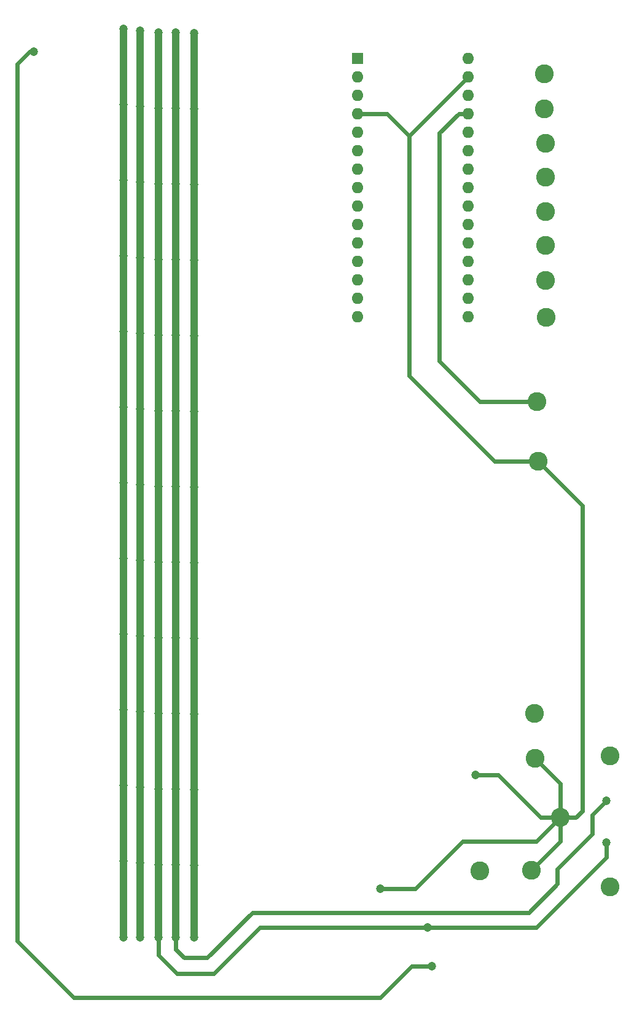
<source format=gbr>
%TF.GenerationSoftware,KiCad,Pcbnew,5.1.6-c6e7f7d~87~ubuntu18.04.1*%
%TF.CreationDate,2021-02-12T17:03:38+13:00*%
%TF.ProjectId,Volume Control Ultimate 2 Feb9,566f6c75-6d65-4204-936f-6e74726f6c20,rev?*%
%TF.SameCoordinates,Original*%
%TF.FileFunction,Copper,L2,Bot*%
%TF.FilePolarity,Positive*%
%FSLAX46Y46*%
G04 Gerber Fmt 4.6, Leading zero omitted, Abs format (unit mm)*
G04 Created by KiCad (PCBNEW 5.1.6-c6e7f7d~87~ubuntu18.04.1) date 2021-02-12 17:03:38*
%MOMM*%
%LPD*%
G01*
G04 APERTURE LIST*
%TA.AperFunction,ComponentPad*%
%ADD10R,1.600000X1.600000*%
%TD*%
%TA.AperFunction,ComponentPad*%
%ADD11O,1.600000X1.600000*%
%TD*%
%TA.AperFunction,ComponentPad*%
%ADD12C,2.600000*%
%TD*%
%TA.AperFunction,ViaPad*%
%ADD13C,1.200000*%
%TD*%
%TA.AperFunction,Conductor*%
%ADD14C,1.000000*%
%TD*%
%TA.AperFunction,Conductor*%
%ADD15C,0.600000*%
%TD*%
G04 APERTURE END LIST*
D10*
%TO.P,A1,1*%
%TO.N,Net-(A1-Pad1)*%
X85090000Y-50419000D03*
D11*
%TO.P,A1,17*%
%TO.N,Net-(A1-Pad17)*%
X100330000Y-83439000D03*
%TO.P,A1,2*%
%TO.N,Net-(A1-Pad2)*%
X85090000Y-52959000D03*
%TO.P,A1,18*%
%TO.N,Net-(A1-Pad18)*%
X100330000Y-80899000D03*
%TO.P,A1,3*%
%TO.N,Net-(A1-Pad3)*%
X85090000Y-55499000D03*
%TO.P,A1,19*%
%TO.N,Net-(A1-Pad19)*%
X100330000Y-78359000D03*
%TO.P,A1,4*%
%TO.N,Net-(A1-Pad29)*%
X85090000Y-58039000D03*
%TO.P,A1,20*%
%TO.N,Net-(A1-Pad20)*%
X100330000Y-75819000D03*
%TO.P,A1,5*%
%TO.N,Net-(A1-Pad5)*%
X85090000Y-60579000D03*
%TO.P,A1,21*%
%TO.N,Net-(A1-Pad21)*%
X100330000Y-73279000D03*
%TO.P,A1,6*%
%TO.N,Net-(A1-Pad6)*%
X85090000Y-63119000D03*
%TO.P,A1,22*%
%TO.N,Net-(A1-Pad22)*%
X100330000Y-70739000D03*
%TO.P,A1,7*%
%TO.N,Net-(A1-Pad7)*%
X85090000Y-65659000D03*
%TO.P,A1,23*%
%TO.N,Net-(A1-Pad23)*%
X100330000Y-68199000D03*
%TO.P,A1,8*%
%TO.N,Net-(A1-Pad8)*%
X85090000Y-68199000D03*
%TO.P,A1,24*%
%TO.N,Net-(A1-Pad24)*%
X100330000Y-65659000D03*
%TO.P,A1,9*%
%TO.N,Net-(A1-Pad9)*%
X85090000Y-70739000D03*
%TO.P,A1,25*%
%TO.N,Net-(A1-Pad25)*%
X100330000Y-63119000D03*
%TO.P,A1,10*%
%TO.N,Net-(A1-Pad10)*%
X85090000Y-73279000D03*
%TO.P,A1,26*%
%TO.N,Net-(A1-Pad26)*%
X100330000Y-60579000D03*
%TO.P,A1,11*%
%TO.N,Net-(A1-Pad11)*%
X85090000Y-75819000D03*
%TO.P,A1,27*%
%TO.N,Net-(A1-Pad27)*%
X100330000Y-58039000D03*
%TO.P,A1,12*%
%TO.N,Net-(A1-Pad12)*%
X85090000Y-78359000D03*
%TO.P,A1,28*%
%TO.N,Net-(A1-Pad28)*%
X100330000Y-55499000D03*
%TO.P,A1,13*%
%TO.N,Net-(A1-Pad13)*%
X85090000Y-80899000D03*
%TO.P,A1,29*%
%TO.N,Net-(A1-Pad29)*%
X100330000Y-52959000D03*
%TO.P,A1,14*%
%TO.N,Net-(A1-Pad14)*%
X85090000Y-83439000D03*
%TO.P,A1,30*%
%TO.N,Net-(A1-Pad30)*%
X100330000Y-50419000D03*
%TO.P,A1,15*%
%TO.N,Net-(A1-Pad15)*%
X85090000Y-85979000D03*
%TO.P,A1,16*%
%TO.N,Net-(A1-Pad16)*%
X100330000Y-85979000D03*
%TD*%
D12*
%TO.P,J1,1*%
%TO.N,Net-(A1-Pad19)*%
X111125000Y-86106000D03*
%TD*%
%TO.P,J2,1*%
%TO.N,Net-(A1-Pad20)*%
X110998000Y-81026000D03*
%TD*%
%TO.P,J3,1*%
%TO.N,Net-(A1-Pad21)*%
X110998000Y-76200000D03*
%TD*%
%TO.P,J4,1*%
%TO.N,Net-(A1-Pad22)*%
X110998000Y-71501000D03*
%TD*%
%TO.P,J5,1*%
%TO.N,Net-(A1-Pad23)*%
X110998000Y-66802000D03*
%TD*%
%TO.P,J6,1*%
%TO.N,Net-(A1-Pad24)*%
X110998000Y-62103000D03*
%TD*%
%TO.P,J7,1*%
%TO.N,Net-(A1-Pad25)*%
X110871000Y-57404000D03*
%TD*%
%TO.P,J8,1*%
%TO.N,Net-(A1-Pad26)*%
X110871000Y-52578000D03*
%TD*%
%TO.P,J9,1*%
%TO.N,Net-(A1-Pad29)*%
X109982000Y-105918000D03*
%TD*%
%TO.P,J10,1*%
%TO.N,Net-(A1-Pad27)*%
X109855000Y-97663000D03*
%TD*%
%TO.P,J11,1*%
%TO.N,Net-(A1-Pad29)*%
X113030000Y-154940000D03*
%TD*%
%TO.P,J12,1*%
%TO.N,Net-(C15-Pad2)*%
X119888000Y-146431000D03*
%TD*%
%TO.P,J13,1*%
%TO.N,Net-(C15-Pad1)*%
X119888000Y-164465000D03*
%TD*%
%TO.P,J14,1*%
%TO.N,Net-(A1-Pad29)*%
X109093000Y-162179000D03*
%TD*%
%TO.P,J15,1*%
%TO.N,Net-(J15-Pad1)*%
X101981000Y-162306000D03*
%TD*%
%TO.P,J16,1*%
%TO.N,Net-(A1-Pad29)*%
X109601000Y-146812000D03*
%TD*%
%TO.P,J17,1*%
%TO.N,Net-(C11-Pad2)*%
X109474000Y-140589000D03*
%TD*%
D13*
%TO.N,Net-(A1-Pad29)*%
X52825400Y-46348400D03*
%TO.N,Net-(C15-Pad1)*%
X57658000Y-57277000D03*
%TO.N,Net-(A1-Pad29)*%
X62611000Y-57404000D03*
%TO.N,Net-(C15-Pad2)*%
X60071000Y-57277000D03*
%TO.N,Net-(A1-Pad29)*%
X52825400Y-56762400D03*
%TO.N,Net-(Q14-Pad3)*%
X55118000Y-57023000D03*
%TO.N,Net-(C15-Pad1)*%
X57658000Y-67691000D03*
%TO.N,Net-(A1-Pad29)*%
X62611000Y-67818000D03*
%TO.N,Net-(C15-Pad2)*%
X60071000Y-67691000D03*
%TO.N,Net-(A1-Pad29)*%
X52825400Y-67176400D03*
%TO.N,Net-(Q14-Pad3)*%
X55118000Y-67437000D03*
%TO.N,Net-(C15-Pad1)*%
X57658000Y-78105000D03*
%TO.N,Net-(A1-Pad29)*%
X62611000Y-78232000D03*
%TO.N,Net-(C15-Pad2)*%
X60071000Y-78105000D03*
%TO.N,Net-(A1-Pad29)*%
X52825400Y-77590400D03*
%TO.N,Net-(Q14-Pad3)*%
X55118000Y-77851000D03*
%TO.N,Net-(C15-Pad1)*%
X57658000Y-88519000D03*
%TO.N,Net-(A1-Pad29)*%
X62611000Y-88646000D03*
%TO.N,Net-(C15-Pad2)*%
X60071000Y-88519000D03*
%TO.N,Net-(A1-Pad29)*%
X52825400Y-88004400D03*
%TO.N,Net-(Q14-Pad3)*%
X55118000Y-88265000D03*
%TO.N,Net-(C15-Pad1)*%
X57658000Y-98933000D03*
%TO.N,Net-(A1-Pad29)*%
X62611000Y-99060000D03*
%TO.N,Net-(C15-Pad2)*%
X60071000Y-98933000D03*
%TO.N,Net-(A1-Pad29)*%
X52825400Y-98418400D03*
%TO.N,Net-(Q14-Pad3)*%
X55118000Y-98679000D03*
%TO.N,Net-(C15-Pad1)*%
X57658000Y-109347000D03*
%TO.N,Net-(A1-Pad29)*%
X62611000Y-109474000D03*
%TO.N,Net-(C15-Pad2)*%
X60071000Y-109347000D03*
%TO.N,Net-(A1-Pad29)*%
X52825400Y-108832400D03*
%TO.N,Net-(Q14-Pad3)*%
X55118000Y-109093000D03*
%TO.N,Net-(C15-Pad1)*%
X57658000Y-119761000D03*
%TO.N,Net-(A1-Pad29)*%
X62611000Y-119888000D03*
%TO.N,Net-(C15-Pad2)*%
X60071000Y-119761000D03*
%TO.N,Net-(A1-Pad29)*%
X52825400Y-119246400D03*
%TO.N,Net-(Q14-Pad3)*%
X55118000Y-119507000D03*
%TO.N,Net-(C15-Pad1)*%
X57658000Y-130175000D03*
%TO.N,Net-(A1-Pad29)*%
X62611000Y-130302000D03*
%TO.N,Net-(C15-Pad2)*%
X60071000Y-130175000D03*
%TO.N,Net-(A1-Pad29)*%
X52825400Y-129660400D03*
%TO.N,Net-(Q14-Pad3)*%
X55118000Y-129921000D03*
%TO.N,Net-(C15-Pad1)*%
X57658000Y-140589000D03*
%TO.N,Net-(A1-Pad29)*%
X62611000Y-140716000D03*
%TO.N,Net-(C15-Pad2)*%
X60071000Y-140589000D03*
%TO.N,Net-(A1-Pad29)*%
X52825400Y-140074400D03*
%TO.N,Net-(Q14-Pad3)*%
X55118000Y-140335000D03*
%TO.N,Net-(C15-Pad1)*%
X57658000Y-151003000D03*
%TO.N,Net-(A1-Pad29)*%
X62611000Y-151130000D03*
%TO.N,Net-(C15-Pad2)*%
X60071000Y-151003000D03*
%TO.N,Net-(A1-Pad29)*%
X52825400Y-150488400D03*
%TO.N,Net-(Q14-Pad3)*%
X55118000Y-150749000D03*
%TO.N,Net-(C15-Pad1)*%
X57658000Y-161417000D03*
%TO.N,Net-(A1-Pad29)*%
X62611000Y-161544000D03*
%TO.N,Net-(C15-Pad2)*%
X60071000Y-161417000D03*
%TO.N,Net-(A1-Pad29)*%
X52825400Y-160902400D03*
%TO.N,Net-(Q14-Pad3)*%
X55118000Y-161163000D03*
%TO.N,Net-(A1-Pad29)*%
X62611000Y-46990000D03*
X52832000Y-171450000D03*
X62611000Y-171450000D03*
X101346000Y-149098000D03*
X88265000Y-164719000D03*
%TO.N,Net-(Q14-Pad3)*%
X55118000Y-46609000D03*
X55118000Y-171450000D03*
%TO.N,Net-(R1-Pad1)*%
X95377000Y-175387000D03*
X40513000Y-49530000D03*
%TO.N,Net-(C15-Pad2)*%
X60071000Y-46863000D03*
X60071000Y-171450000D03*
X119380000Y-152654000D03*
%TO.N,Net-(C15-Pad1)*%
X57658000Y-46863000D03*
X57658000Y-171450000D03*
X119380000Y-158369000D03*
X94742000Y-170053000D03*
%TD*%
D14*
%TO.N,Net-(A1-Pad29)*%
X52832000Y-55131200D02*
X52832000Y-57150000D01*
X52832000Y-55131200D02*
X52825400Y-55124600D01*
X52825400Y-47872400D02*
X52825400Y-55124600D01*
X52825400Y-47872400D02*
X52825400Y-46348400D01*
X52832000Y-57150000D02*
X52832000Y-58674000D01*
X52832000Y-65545200D02*
X52825400Y-65538600D01*
X52832000Y-67564000D02*
X52832000Y-69088000D01*
X52825400Y-58286400D02*
X52825400Y-56762400D01*
%TO.N,Net-(C15-Pad1)*%
X57658000Y-57277000D02*
X57658000Y-69596000D01*
%TO.N,Net-(C15-Pad2)*%
X60071000Y-57277000D02*
X60071000Y-69596000D01*
%TO.N,Net-(Q14-Pad3)*%
X55118000Y-57023000D02*
X55118000Y-69596000D01*
%TO.N,Net-(A1-Pad29)*%
X52832000Y-65545200D02*
X52832000Y-67564000D01*
X52825400Y-68700400D02*
X52825400Y-67176400D01*
X52825400Y-58286400D02*
X52825400Y-65538600D01*
X62611000Y-57404000D02*
X62611000Y-69596000D01*
X52832000Y-75959200D02*
X52825400Y-75952600D01*
X52832000Y-77978000D02*
X52832000Y-79502000D01*
X52825400Y-68700400D02*
X52825400Y-67176400D01*
%TO.N,Net-(C15-Pad1)*%
X57658000Y-67691000D02*
X57658000Y-80010000D01*
%TO.N,Net-(C15-Pad2)*%
X60071000Y-67691000D02*
X60071000Y-80010000D01*
%TO.N,Net-(Q14-Pad3)*%
X55118000Y-67437000D02*
X55118000Y-80010000D01*
%TO.N,Net-(A1-Pad29)*%
X52832000Y-75959200D02*
X52832000Y-77978000D01*
X52825400Y-79114400D02*
X52825400Y-77590400D01*
X52825400Y-68700400D02*
X52825400Y-75952600D01*
X62611000Y-67818000D02*
X62611000Y-80010000D01*
X52832000Y-86373200D02*
X52825400Y-86366600D01*
X52832000Y-88392000D02*
X52832000Y-89916000D01*
X52825400Y-79114400D02*
X52825400Y-77590400D01*
%TO.N,Net-(C15-Pad1)*%
X57658000Y-78105000D02*
X57658000Y-90424000D01*
%TO.N,Net-(C15-Pad2)*%
X60071000Y-78105000D02*
X60071000Y-90424000D01*
%TO.N,Net-(Q14-Pad3)*%
X55118000Y-77851000D02*
X55118000Y-90424000D01*
%TO.N,Net-(A1-Pad29)*%
X52832000Y-86373200D02*
X52832000Y-88392000D01*
X52825400Y-89528400D02*
X52825400Y-88004400D01*
X52825400Y-79114400D02*
X52825400Y-86366600D01*
X62611000Y-78232000D02*
X62611000Y-90424000D01*
X52832000Y-96787200D02*
X52825400Y-96780600D01*
X52832000Y-98806000D02*
X52832000Y-100330000D01*
X52825400Y-89528400D02*
X52825400Y-88004400D01*
%TO.N,Net-(C15-Pad1)*%
X57658000Y-88519000D02*
X57658000Y-100838000D01*
%TO.N,Net-(C15-Pad2)*%
X60071000Y-88519000D02*
X60071000Y-100838000D01*
%TO.N,Net-(Q14-Pad3)*%
X55118000Y-88265000D02*
X55118000Y-100838000D01*
%TO.N,Net-(A1-Pad29)*%
X52832000Y-96787200D02*
X52832000Y-98806000D01*
X52825400Y-99942400D02*
X52825400Y-98418400D01*
X52825400Y-89528400D02*
X52825400Y-96780600D01*
X62611000Y-88646000D02*
X62611000Y-100838000D01*
X52832000Y-107201200D02*
X52825400Y-107194600D01*
X52832000Y-109220000D02*
X52832000Y-110744000D01*
X52825400Y-99942400D02*
X52825400Y-98418400D01*
%TO.N,Net-(C15-Pad1)*%
X57658000Y-98933000D02*
X57658000Y-111252000D01*
%TO.N,Net-(C15-Pad2)*%
X60071000Y-98933000D02*
X60071000Y-111252000D01*
%TO.N,Net-(Q14-Pad3)*%
X55118000Y-98679000D02*
X55118000Y-111252000D01*
%TO.N,Net-(A1-Pad29)*%
X52832000Y-107201200D02*
X52832000Y-109220000D01*
X52825400Y-110356400D02*
X52825400Y-108832400D01*
X52825400Y-99942400D02*
X52825400Y-107194600D01*
X62611000Y-99060000D02*
X62611000Y-111252000D01*
X52832000Y-117615200D02*
X52825400Y-117608600D01*
X52832000Y-119634000D02*
X52832000Y-121158000D01*
X52825400Y-110356400D02*
X52825400Y-108832400D01*
%TO.N,Net-(C15-Pad1)*%
X57658000Y-109347000D02*
X57658000Y-121666000D01*
%TO.N,Net-(C15-Pad2)*%
X60071000Y-109347000D02*
X60071000Y-121666000D01*
%TO.N,Net-(Q14-Pad3)*%
X55118000Y-109093000D02*
X55118000Y-121666000D01*
%TO.N,Net-(A1-Pad29)*%
X52832000Y-117615200D02*
X52832000Y-119634000D01*
X52825400Y-120770400D02*
X52825400Y-119246400D01*
X52825400Y-110356400D02*
X52825400Y-117608600D01*
X62611000Y-109474000D02*
X62611000Y-121666000D01*
X52832000Y-128029200D02*
X52825400Y-128022600D01*
X52832000Y-130048000D02*
X52832000Y-131572000D01*
X52825400Y-120770400D02*
X52825400Y-119246400D01*
%TO.N,Net-(C15-Pad1)*%
X57658000Y-119761000D02*
X57658000Y-132080000D01*
%TO.N,Net-(C15-Pad2)*%
X60071000Y-119761000D02*
X60071000Y-132080000D01*
%TO.N,Net-(Q14-Pad3)*%
X55118000Y-119507000D02*
X55118000Y-132080000D01*
%TO.N,Net-(A1-Pad29)*%
X52832000Y-128029200D02*
X52832000Y-130048000D01*
X52825400Y-131184400D02*
X52825400Y-129660400D01*
X52825400Y-120770400D02*
X52825400Y-128022600D01*
X62611000Y-119888000D02*
X62611000Y-132080000D01*
X52832000Y-138443200D02*
X52825400Y-138436600D01*
X52832000Y-140462000D02*
X52832000Y-141986000D01*
X52825400Y-131184400D02*
X52825400Y-129660400D01*
%TO.N,Net-(C15-Pad1)*%
X57658000Y-130175000D02*
X57658000Y-142494000D01*
%TO.N,Net-(C15-Pad2)*%
X60071000Y-130175000D02*
X60071000Y-142494000D01*
%TO.N,Net-(Q14-Pad3)*%
X55118000Y-129921000D02*
X55118000Y-142494000D01*
%TO.N,Net-(A1-Pad29)*%
X52832000Y-138443200D02*
X52832000Y-140462000D01*
X52825400Y-141598400D02*
X52825400Y-140074400D01*
X52825400Y-131184400D02*
X52825400Y-138436600D01*
X62611000Y-130302000D02*
X62611000Y-142494000D01*
X52832000Y-148857200D02*
X52825400Y-148850600D01*
X52832000Y-150876000D02*
X52832000Y-152400000D01*
X52825400Y-141598400D02*
X52825400Y-140074400D01*
%TO.N,Net-(C15-Pad1)*%
X57658000Y-140589000D02*
X57658000Y-152908000D01*
%TO.N,Net-(C15-Pad2)*%
X60071000Y-140589000D02*
X60071000Y-152908000D01*
%TO.N,Net-(Q14-Pad3)*%
X55118000Y-140335000D02*
X55118000Y-152908000D01*
%TO.N,Net-(A1-Pad29)*%
X52832000Y-148857200D02*
X52832000Y-150876000D01*
X52825400Y-152012400D02*
X52825400Y-150488400D01*
X52825400Y-141598400D02*
X52825400Y-148850600D01*
X62611000Y-140716000D02*
X62611000Y-152908000D01*
X52832000Y-159271200D02*
X52825400Y-159264600D01*
X52832000Y-161290000D02*
X52832000Y-162814000D01*
X52825400Y-152012400D02*
X52825400Y-150488400D01*
%TO.N,Net-(C15-Pad1)*%
X57658000Y-151003000D02*
X57658000Y-163322000D01*
%TO.N,Net-(C15-Pad2)*%
X60071000Y-151003000D02*
X60071000Y-163322000D01*
%TO.N,Net-(Q14-Pad3)*%
X55118000Y-150749000D02*
X55118000Y-163322000D01*
%TO.N,Net-(A1-Pad29)*%
X52832000Y-159271200D02*
X52832000Y-161290000D01*
X52825400Y-162426400D02*
X52825400Y-160902400D01*
X52825400Y-152012400D02*
X52825400Y-159264600D01*
X62611000Y-151130000D02*
X62611000Y-163322000D01*
X52832000Y-169685200D02*
X52825400Y-169678600D01*
X52825400Y-162426400D02*
X52825400Y-160902400D01*
%TO.N,Net-(C15-Pad1)*%
X57658000Y-161417000D02*
X57658000Y-171450000D01*
%TO.N,Net-(C15-Pad2)*%
X60071000Y-161417000D02*
X60071000Y-171450000D01*
%TO.N,Net-(Q14-Pad3)*%
X55118000Y-161163000D02*
X55118000Y-171450000D01*
%TO.N,Net-(A1-Pad29)*%
X52832000Y-169685200D02*
X52832000Y-171450000D01*
X52825400Y-162426400D02*
X52825400Y-169678600D01*
X62611000Y-161544000D02*
X62611000Y-171450000D01*
X62611000Y-46990000D02*
X62611000Y-59182000D01*
D15*
X113030000Y-150241000D02*
X109601000Y-146812000D01*
X113030000Y-154940000D02*
X113030000Y-150241000D01*
X113030000Y-158242000D02*
X109093000Y-162179000D01*
X113030000Y-154940000D02*
X113030000Y-158242000D01*
X101346000Y-149098000D02*
X104521000Y-149098000D01*
X110363000Y-154940000D02*
X113030000Y-154940000D01*
X104521000Y-149098000D02*
X110363000Y-154940000D01*
X100330000Y-52959000D02*
X92202000Y-61087000D01*
X89154000Y-58039000D02*
X92202000Y-61087000D01*
X85090000Y-58039000D02*
X89154000Y-58039000D01*
X104013000Y-105918000D02*
X109982000Y-105918000D01*
X92202000Y-61087000D02*
X92202000Y-94107000D01*
X92202000Y-94107000D02*
X104013000Y-105918000D01*
X109982000Y-105918000D02*
X116078000Y-112014000D01*
X116078000Y-112014000D02*
X116078000Y-154051000D01*
X115189000Y-154940000D02*
X113030000Y-154940000D01*
X116078000Y-154051000D02*
X115189000Y-154940000D01*
X88265000Y-164719000D02*
X93091000Y-164719000D01*
X93091000Y-164719000D02*
X99568000Y-158242000D01*
X109728000Y-158242000D02*
X113030000Y-154940000D01*
X99568000Y-158242000D02*
X109728000Y-158242000D01*
%TO.N,Net-(A1-Pad27)*%
X109855000Y-97663000D02*
X101981000Y-97663000D01*
X101981000Y-97663000D02*
X96393000Y-92075000D01*
X96393000Y-92075000D02*
X96393000Y-60706000D01*
X99060000Y-58039000D02*
X100330000Y-58039000D01*
X96393000Y-60706000D02*
X99060000Y-58039000D01*
D14*
%TO.N,Net-(Q14-Pad3)*%
X55118000Y-46609000D02*
X55118000Y-59182000D01*
D15*
%TO.N,Net-(R1-Pad1)*%
X95377000Y-175387000D02*
X92583000Y-175387000D01*
X92583000Y-175387000D02*
X88265000Y-179705000D01*
X88265000Y-179705000D02*
X45974000Y-179705000D01*
X45974000Y-179705000D02*
X38227000Y-171958000D01*
X38227000Y-171958000D02*
X38227000Y-51181000D01*
X38227000Y-51181000D02*
X39878000Y-49530000D01*
X39878000Y-49530000D02*
X40513000Y-49530000D01*
X40513000Y-49530000D02*
X40513000Y-49530000D01*
D14*
%TO.N,Net-(C15-Pad2)*%
X60071000Y-46863000D02*
X60071000Y-59182000D01*
D15*
X119380000Y-152654000D02*
X117475000Y-154559000D01*
X117475000Y-154559000D02*
X117475000Y-157226000D01*
X117475000Y-157226000D02*
X112649000Y-162052000D01*
X112649000Y-162052000D02*
X112649000Y-164084000D01*
X112649000Y-164084000D02*
X108712000Y-168021000D01*
X108712000Y-168021000D02*
X70612000Y-168021000D01*
X70612000Y-168021000D02*
X64389000Y-174244000D01*
X64389000Y-174244000D02*
X61214000Y-174244000D01*
X60071000Y-173101000D02*
X60071000Y-171450000D01*
X61214000Y-174244000D02*
X60071000Y-173101000D01*
D14*
%TO.N,Net-(C15-Pad1)*%
X57658000Y-46863000D02*
X57658000Y-59182000D01*
D15*
X119380000Y-158369000D02*
X119380000Y-160401000D01*
X109728000Y-170053000D02*
X94742000Y-170053000D01*
X119380000Y-160401000D02*
X109728000Y-170053000D01*
X71628000Y-170053000D02*
X65278000Y-176403000D01*
X65278000Y-176403000D02*
X60198000Y-176403000D01*
X57658000Y-173863000D02*
X57658000Y-171450000D01*
X60198000Y-176403000D02*
X57658000Y-173863000D01*
X94742000Y-170053000D02*
X71628000Y-170053000D01*
%TD*%
M02*

</source>
